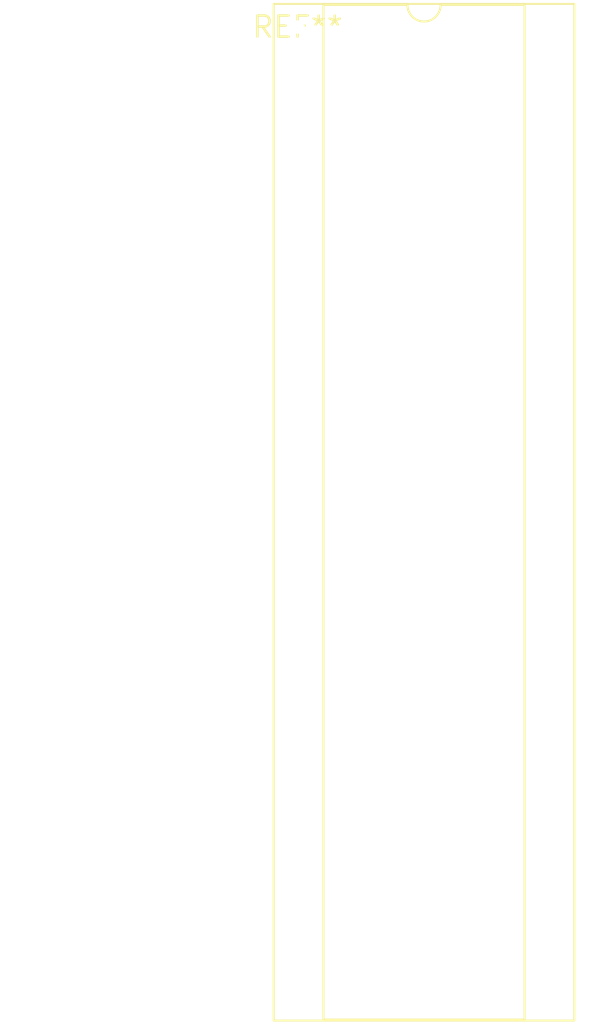
<source format=kicad_pcb>
(kicad_pcb (version 20240108) (generator pcbnew)
  (layers (0 "F.Cu" signal) (31 "B.Cu" signal) (34 "B.Paste" user) (35 "F.Paste" user) (36 "B.SilkS" user "B.Silkscreen") (37 "F.SilkS" user "F.Silkscreen") (38 "B.Mask" user) (39 "F.Mask" user) (44 "Edge.Cuts" user))
  (net 0 "")
  (footprint "DIP-48_W15.24mm_Socket_LongPads" (layer "F.Cu") (at 0 0)
    (property "Reference" "REF**")
    (property "Value" "DIP-48_W15.24mm_Socket_LongPads")
    (fp_line (start -1.44 -1.39) (end -1.44 59.81) (layer "F.SilkS") (stroke (width 0.12)))
    (fp_line (start -1.44 59.81) (end 16.68 59.81) (layer "F.SilkS") (stroke (width 0.12)))
    (fp_line (start 1.56 -1.33) (end 1.56 59.75) (layer "F.SilkS") (stroke (width 0.12)))
    (fp_line (start 1.56 59.75) (end 13.68 59.75) (layer "F.SilkS") (stroke (width 0.12)))
    (fp_line (start 6.62 -1.33) (end 1.56 -1.33) (layer "F.SilkS") (stroke (width 0.12)))
    (fp_line (start 13.68 -1.33) (end 8.62 -1.33) (layer "F.SilkS") (stroke (width 0.12)))
    (fp_line (start 13.68 59.75) (end 13.68 -1.33) (layer "F.SilkS") (stroke (width 0.12)))
    (fp_line (start 16.68 -1.39) (end -1.44 -1.39) (layer "F.SilkS") (stroke (width 0.12)))
    (fp_line (start 16.68 59.81) (end 16.68 -1.39) (layer "F.SilkS") (stroke (width 0.12)))
    (fp_arc (start 8.62 -1.33) (mid 7.62 -0.33) (end 6.62 -1.33) (layer "F.SilkS") (stroke (width 0.12)))
    (pad "1" thru_hole rect (at 0 0) (size 2.4 1.6) (drill 0.8) (layers *.Cu *.Mask) (remove_unused_layers))
    (pad "2" thru_hole oval (at 0 2.54) (size 2.4 1.6) (drill 0.8) (layers *.Cu *.Mask) (remove_unused_layers))
    (pad "3" thru_hole oval (at 0 5.08) (size 2.4 1.6) (drill 0.8) (layers *.Cu *.Mask) (remove_unused_layers))
    (pad "4" thru_hole oval (at 0 7.62) (size 2.4 1.6) (drill 0.8) (layers *.Cu *.Mask) (remove_unused_layers))
    (pad "5" thru_hole oval (at 0 10.16) (size 2.4 1.6) (drill 0.8) (layers *.Cu *.Mask) (remove_unused_layers))
    (pad "6" thru_hole oval (at 0 12.7) (size 2.4 1.6) (drill 0.8) (layers *.Cu *.Mask) (remove_unused_layers))
    (pad "7" thru_hole oval (at 0 15.24) (size 2.4 1.6) (drill 0.8) (layers *.Cu *.Mask) (remove_unused_layers))
    (pad "8" thru_hole oval (at 0 17.78) (size 2.4 1.6) (drill 0.8) (layers *.Cu *.Mask) (remove_unused_layers))
    (pad "9" thru_hole oval (at 0 20.32) (size 2.4 1.6) (drill 0.8) (layers *.Cu *.Mask) (remove_unused_layers))
    (pad "10" thru_hole oval (at 0 22.86) (size 2.4 1.6) (drill 0.8) (layers *.Cu *.Mask) (remove_unused_layers))
    (pad "11" thru_hole oval (at 0 25.4) (size 2.4 1.6) (drill 0.8) (layers *.Cu *.Mask) (remove_unused_layers))
    (pad "12" thru_hole oval (at 0 27.94) (size 2.4 1.6) (drill 0.8) (layers *.Cu *.Mask) (remove_unused_layers))
    (pad "13" thru_hole oval (at 0 30.48) (size 2.4 1.6) (drill 0.8) (layers *.Cu *.Mask) (remove_unused_layers))
    (pad "14" thru_hole oval (at 0 33.02) (size 2.4 1.6) (drill 0.8) (layers *.Cu *.Mask) (remove_unused_layers))
    (pad "15" thru_hole oval (at 0 35.56) (size 2.4 1.6) (drill 0.8) (layers *.Cu *.Mask) (remove_unused_layers))
    (pad "16" thru_hole oval (at 0 38.1) (size 2.4 1.6) (drill 0.8) (layers *.Cu *.Mask) (remove_unused_layers))
    (pad "17" thru_hole oval (at 0 40.64) (size 2.4 1.6) (drill 0.8) (layers *.Cu *.Mask) (remove_unused_layers))
    (pad "18" thru_hole oval (at 0 43.18) (size 2.4 1.6) (drill 0.8) (layers *.Cu *.Mask) (remove_unused_layers))
    (pad "19" thru_hole oval (at 0 45.72) (size 2.4 1.6) (drill 0.8) (layers *.Cu *.Mask) (remove_unused_layers))
    (pad "20" thru_hole oval (at 0 48.26) (size 2.4 1.6) (drill 0.8) (layers *.Cu *.Mask) (remove_unused_layers))
    (pad "21" thru_hole oval (at 0 50.8) (size 2.4 1.6) (drill 0.8) (layers *.Cu *.Mask) (remove_unused_layers))
    (pad "22" thru_hole oval (at 0 53.34) (size 2.4 1.6) (drill 0.8) (layers *.Cu *.Mask) (remove_unused_layers))
    (pad "23" thru_hole oval (at 0 55.88) (size 2.4 1.6) (drill 0.8) (layers *.Cu *.Mask) (remove_unused_layers))
    (pad "24" thru_hole oval (at 0 58.42) (size 2.4 1.6) (drill 0.8) (layers *.Cu *.Mask) (remove_unused_layers))
    (pad "25" thru_hole oval (at 15.24 58.42) (size 2.4 1.6) (drill 0.8) (layers *.Cu *.Mask) (remove_unused_layers))
    (pad "26" thru_hole oval (at 15.24 55.88) (size 2.4 1.6) (drill 0.8) (layers *.Cu *.Mask) (remove_unused_layers))
    (pad "27" thru_hole oval (at 15.24 53.34) (size 2.4 1.6) (drill 0.8) (layers *.Cu *.Mask) (remove_unused_layers))
    (pad "28" thru_hole oval (at 15.24 50.8) (size 2.4 1.6) (drill 0.8) (layers *.Cu *.Mask) (remove_unused_layers))
    (pad "29" thru_hole oval (at 15.24 48.26) (size 2.4 1.6) (drill 0.8) (layers *.Cu *.Mask) (remove_unused_layers))
    (pad "30" thru_hole oval (at 15.24 45.72) (size 2.4 1.6) (drill 0.8) (layers *.Cu *.Mask) (remove_unused_layers))
    (pad "31" thru_hole oval (at 15.24 43.18) (size 2.4 1.6) (drill 0.8) (layers *.Cu *.Mask) (remove_unused_layers))
    (pad "32" thru_hole oval (at 15.24 40.64) (size 2.4 1.6) (drill 0.8) (layers *.Cu *.Mask) (remove_unused_layers))
    (pad "33" thru_hole oval (at 15.24 38.1) (size 2.4 1.6) (drill 0.8) (layers *.Cu *.Mask) (remove_unused_layers))
    (pad "34" thru_hole oval (at 15.24 35.56) (size 2.4 1.6) (drill 0.8) (layers *.Cu *.Mask) (remove_unused_layers))
    (pad "35" thru_hole oval (at 15.24 33.02) (size 2.4 1.6) (drill 0.8) (layers *.Cu *.Mask) (remove_unused_layers))
    (pad "36" thru_hole oval (at 15.24 30.48) (size 2.4 1.6) (drill 0.8) (layers *.Cu *.Mask) (remove_unused_layers))
    (pad "37" thru_hole oval (at 15.24 27.94) (size 2.4 1.6) (drill 0.8) (layers *.Cu *.Mask) (remove_unused_layers))
    (pad "38" thru_hole oval (at 15.24 25.4) (size 2.4 1.6) (drill 0.8) (layers *.Cu *.Mask) (remove_unused_layers))
    (pad "39" thru_hole oval (at 15.24 22.86) (size 2.4 1.6) (drill 0.8) (layers *.Cu *.Mask) (remove_unused_layers))
    (pad "40" thru_hole oval (at 15.24 20.32) (size 2.4 1.6) (drill 0.8) (layers *.Cu *.Mask) (remove_unused_layers))
    (pad "41" thru_hole oval (at 15.24 17.78) (size 2.4 1.6) (drill 0.8) (layers *.Cu *.Mask) (remove_unused_layers))
    (pad "42" thru_hole oval (at 15.24 15.24) (size 2.4 1.6) (drill 0.8) (layers *.Cu *.Mask) (remove_unused_layers))
    (pad "43" thru_hole oval (at 15.24 12.7) (size 2.4 1.6) (drill 0.8) (layers *.Cu *.Mask) (remove_unused_layers))
    (pad "44" thru_hole oval (at 15.24 10.16) (size 2.4 1.6) (drill 0.8) (layers *.Cu *.Mask) (remove_unused_layers))
    (pad "45" thru_hole oval (at 15.24 7.62) (size 2.4 1.6) (drill 0.8) (layers *.Cu *.Mask) (remove_unused_layers))
    (pad "46" thru_hole oval (at 15.24 5.08) (size 2.4 1.6) (drill 0.8) (layers *.Cu *.Mask) (remove_unused_layers))
    (pad "47" thru_hole oval (at 15.24 2.54) (size 2.4 1.6) (drill 0.8) (layers *.Cu *.Mask) (remove_unused_layers))
    (pad "48" thru_hole oval (at 15.24 0) (size 2.4 1.6) (drill 0.8) (layers *.Cu *.Mask) (remove_unused_layers))
  )
)
</source>
